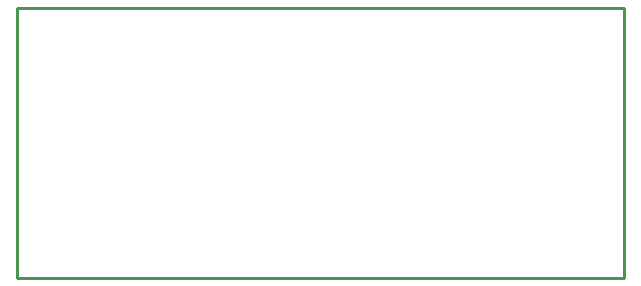
<source format=gko>
G04 Layer: BoardOutline*
G04 EasyEDA v6.3.53, 2020-07-05T11:12:03+02:00*
G04 cde15f3eeb0949078ea0d990088cac7f,f7dd187871414131b8e6a9aac608ee48,10*
G04 Gerber Generator version 0.2*
G04 Scale: 100 percent, Rotated: No, Reflected: No *
G04 Dimensions in millimeters *
G04 leading zeros omitted , absolute positions ,3 integer and 3 decimal *
%FSLAX33Y33*%
%MOMM*%
G90*
G71D02*

%ADD10C,0.254000*%
G54D10*
G01X0Y22860D02*
G01X51435Y22860D01*
G01X51435Y0D01*
G01X0Y0D01*
G01X0Y22776D01*
G01X0Y22860D01*

%LPD*%
M00*
M02*

</source>
